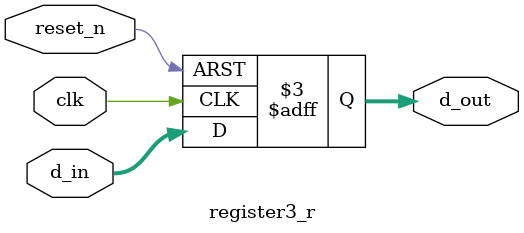
<source format=v>
module register3_r(clk, reset_n, d_in, d_out); //[LAB05]Asynchronous set/resettable d ff
	input clk, reset_n; //active low
	input [2:0] d_in;
	output reg [2:0] d_out;
	
	always@(posedge clk or negedge reset_n)
	begin
		if(reset_n == 0)	d_out <= 3'b000;
		else					d_out <= d_in;
	end
endmodule
</source>
